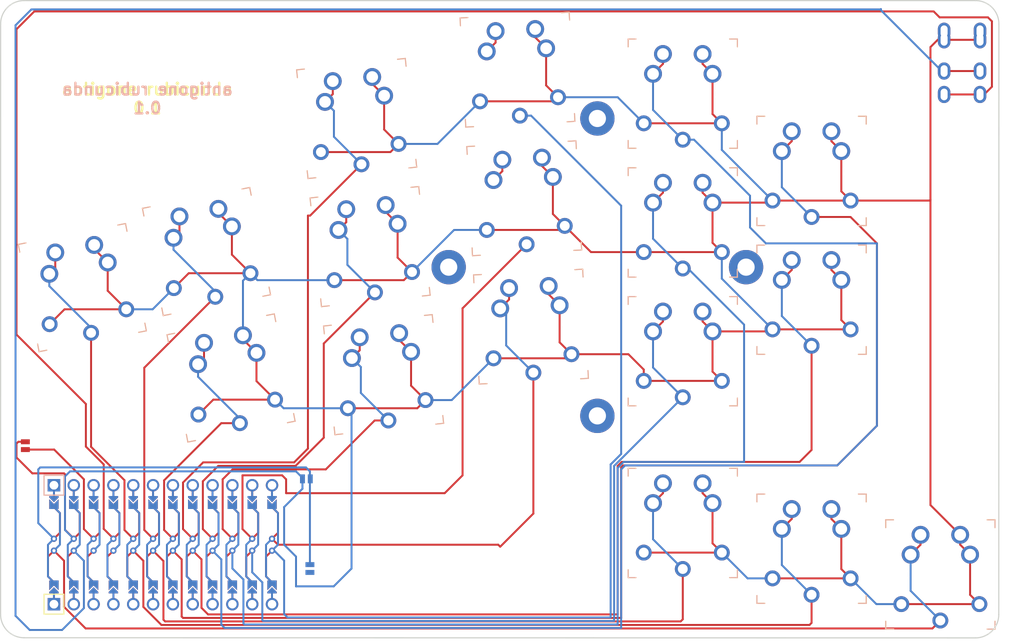
<source format=kicad_pcb>
(kicad_pcb (version 20211014) (generator pcbnew)
  (layers (0 "F.Cu" signal) (31 "B.Cu" signal) (34 "B.Paste" user) (35 "F.Paste" user) (36 "B.SilkS" user "B.Silkscreen") (37 "F.SilkS" user "F.Silkscreen") (38 "B.Mask" user) (39 "F.Mask" user) (44 "Edge.Cuts" user))
  (net 0 "")
  (net 1 "GND")
  (net 2 "RESET")
  (net 3 "RAW")
  (net 4 "RX")
  (net 5 "SW1")
  (net 6 "SW2")
  (net 7 "SW3")
  (net 8 "SW4")
  (net 9 "SW5")
  (net 10 "SW6")
  (net 11 "SW7")
  (net 12 "VCC")
  (net 13 "SW8")
  (net 14 "SW9")
  (net 15 "SW10")
  (net 16 "SW11")
  (net 17 "SW12")
  (net 18 "SW13")
  (net 19 "SW14")
  (net 20 "SW15")
  (net 21 "SW16")
  (net 22 "SW17")
  (footprint "lib:Jumper" (layer "F.Cu") (at 57.018514 105.42 -90)
    (fp_text reference "J3" hide)
    (fp_text value "Jumper")
  )
  (footprint "pretty:SW_MX_choc" (layer "F.Cu") (at 174.244 121.92)
    (fp_text reference "S17" hide)
    (fp_text value "")
  )
  (footprint "pretty:SW_MX_choc" (layer "F.Cu") (at 80.22242 80.55103 11)
    (fp_text reference "S3" hide)
    (fp_text value "")
  )
  (footprint "pretty:SW_MX_choc" (layer "F.Cu") (at 99.460757 63.503971 6)
    (fp_text reference "S6" hide)
    (fp_text value "")
  )
  (footprint "pretty:SW_MX_choc" (layer "F.Cu") (at 157.743999 70.22)
    (fp_text reference "S14" hide)
    (fp_text value "")
  )
  (footprint "pretty:SW_MX_choc" (layer "F.Cu") (at 101.185477 79.913582 6)
    (fp_text reference "S5" hide)
    (fp_text value "")
  )
  (footprint "pretty:SW_MX_choc" (layer "F.Cu") (at 157.744 118.62)
    (fp_text reference "S16" hide)
    (fp_text value "")
  )
  (footprint "pretty:SW_MX_choc" (layer "F.Cu") (at 141.243999 76.82)
    (fp_text reference "S11" hide)
    (fp_text value "")
  )
  (footprint "pretty:SW_MX_choc" (layer "F.Cu") (at 141.244 115.32)
    (fp_text reference "S15" hide)
    (fp_text value "")
  )
  (footprint "pretty:SW_MX_choc" (layer "F.Cu") (at 64.311785 85.171819 11)
    (fp_text reference "S1" hide)
    (fp_text value "")
  )
  (footprint "pretty:SW_MX_choc" (layer "F.Cu") (at 120.92893 73.724501 3)
    (fp_text reference "S8" hide)
    (fp_text value "")
  )
  (footprint "pretty:SW_MX_choc" (layer "F.Cu") (at 141.244 93.32)
    (fp_text reference "S10" hide)
    (fp_text value "")
  )
  (footprint "pretty:SW_MX_choc" (layer "F.Cu") (at 83.370769 96.747879 11)
    (fp_text reference "S2" hide)
    (fp_text value "")
  )
  (footprint "kbd:Tenting_Puck2" (layer "F.Cu") (at 130.302 82.55)
    (fp_text reference "REF**")
    (fp_text value "Tenting Puck")
  )
  (footprint "pretty:SW_MX_choc" (layer "F.Cu") (at 157.744 86.72)
    (fp_text reference "S13" hide)
    (fp_text value "")
  )
  (footprint "pretty:SW_MX_choc" (layer "F.Cu") (at 121.792473 90.17 3)
    (fp_text reference "S7" hide)
    (fp_text value "")
  )
  (footprint "pretty:SW_MX_choc" (layer "F.Cu") (at 120.065386 57.247114 3)
    (fp_text reference "S9" hide)
    (fp_text value "")
  )
  (footprint "pretty:SW_MX_choc" (layer "F.Cu") (at 102.910197 96.323193 6)
    (fp_text reference "S4" hide)
    (fp_text value "")
  )
  (footprint "TRRS-PJ-320A-dual" (layer "F.Cu") (at 174.724 63.624 180)
    (fp_text reference "REF**")
    (fp_text value "TRRS-PJ-320A-dual")
  )
  (footprint "pretty:SW_MX_choc" (layer "F.Cu") (at 141.243999 60.32)
    (fp_text reference "S12" hide)
    (fp_text value "")
  )
  (footprint "ProMicro" (layer "F.Cu") (at 74.649 118.11)
    (fp_text reference "MCU1" hide)
    (fp_text value "")
  )
  (footprint "lib:Jumper" (layer "B.Cu") (at 93.472 121.158 -90)
    (fp_text reference "J1" hide)
    (fp_text value "Jumper")
  )
  (footprint "lib:Jumper" (layer "B.Cu") (at 93.018514 109.67)
    (fp_text reference "J2" hide)
    (fp_text value "Jumper")
  )
  (gr_arc (start 181.726679 127.052559) (mid 180.854124 129.167737) (end 178.744 130.048) (layer "Edge.Cuts") (width 0.15))
  (gr_line (start 56.848 48.397324) (end 178.744 48.39732) (layer "Edge.Cuts") (width 0.15))
  (gr_arc (start 178.744 48.39732) (mid 180.86533 49.275998) (end 181.744 51.39732) (layer "Edge.Cuts") (width 0.15))
  (gr_line (start 181.744 51.39732) (end 181.726679 127.052559) (layer "Edge.Cuts") (width 0.15))
  (gr_arc (start 56.843335 130.026627) (mid 54.722006 129.147952) (end 53.843335 127.026627) (layer "Edge.Cuts") (width 0.15))
  (gr_arc (start 53.848 51.397324) (mid 54.726678 49.276) (end 56.848 48.397324) (layer "Edge.Cuts") (width 0.15))
  (gr_line (start 53.843335 127.026627) (end 53.848 51.397324) (layer "Edge.Cuts") (width 0.15))
  (gr_line (start 178.744 130.048) (end 56.843335 130.026627) (layer "Edge.Cuts") (width 0.15))
  (gr_text "antigone rubicunda\n0.1" (at 72.644 60.96) (layer "B.SilkS") (effects (font (size 1.5 1.5) (thickness 0.3)) (justify mirror)))
  (gr_text "antigone rubicunda\n0.1" (at 72.644 60.96) (layer "F.SilkS") (effects (font (size 1.5 1.5) (thickness 0.3))))
  (segment (start 96.610076 84.215409) (end 105.510009 84.215409) (width 0.25) (layer "F.Cu") (net 1))
  (segment (start 143.783999 56.51) (end 143.783999 55.24) (width 0.25) (layer "F.Cu") (net 1))
  (segment (start 98.334796 100.62502) (end 107.234729 100.62502) (width 0.25) (layer "F.Cu") (net 1))
  (segment (start 152.484 90.78) (end 152.744 90.52) (width 0.25) (layer "F.Cu") (net 1))
  (segment (start 145.054 90.78) (end 143.784 89.51) (width 0.25) (layer "F.Cu") (net 1))
  (segment (start 89.003979 99.524017) (end 86.626114 97.146152) (width 0.25) (layer "F.Cu") (net 1))
  (segment (start 84.894792 91.796242) (end 84.894792 91.276558) (width 0.25) (layer "F.Cu") (net 1))
  (segment (start 176.784 116.84) (end 172.974 113.03) (width 0.25) (layer "F.Cu") (net 1))
  (segment (start 146.244 97.12) (end 145.054 95.93) (width 0.25) (layer "F.Cu") (net 1))
  (segment (start 125.25741 60.780226) (end 123.737231 59.260047) (width 0.25) (layer "F.Cu") (net 1))
  (segment (start 125.464318 92.182933) (end 125.464318 87.434081) (width 0.25) (layer "F.Cu") (net 1))
  (segment (start 63.219 117.348) (end 63.219 117.321) (width 0.25) (layer "F.Cu") (net 1))
  (segment (start 152.744 90.52) (end 162.744 90.52) (width 0.25) (layer "F.Cu") (net 1))
  (segment (start 126.120954 77.257613) (end 124.600775 75.737434) (width 0.25) (layer "F.Cu") (net 1))
  (segment (start 161.554 89.33) (end 161.554 84.18) (width 0.25) (layer "F.Cu") (net 1))
  (segment (start 145.054 90.78) (end 152.484 90.78) (width 0.25) (layer "F.Cu") (net 1))
  (segment (start 176.784 118.11) (end 176.784 116.84) (width 0.25) (layer "F.Cu") (net 1))
  (segment (start 179.244 125.72) (end 178.054 124.53) (width 0.25) (layer "F.Cu") (net 1))
  (segment (start 145.053999 62.93) (end 145.053999 57.78) (width 0.25) (layer "F.Cu") (net 1))
  (segment (start 136.244 97.12) (end 136.244 95.670582) (width 0.25) (layer "F.Cu") (net 1))
  (segment (start 104.830575 66.760512) (end 102.984383 64.91432) (width 0.25) (layer "F.Cu") (net 1))
  (segment (start 69.944995 87.947957) (end 67.56713 85.570092) (width 0.25) (layer "F.Cu") (net 1))
  (segment (start 174.724 53.424) (end 179.324 53.424) (width 0.25) (layer "F.Cu") (net 1))
  (segment (start 124.600775 70.988582) (end 123.199582 69.587389) (width 0.25) (layer "F.Cu") (net 1))
  (segment (start 143.784 111.51) (end 143.784 110.24) (width 0.25) (layer "F.Cu") (net 1))
  (segment (start 94.885356 67.805798) (end 103.785289 67.805798) (width 0.25) (layer "F.Cu") (net 1))
  (segment (start 145.054 95.93) (end 145.054 90.78) (width 0.25) (layer "F.Cu") (net 1))
  (segment (start 57.912 108.966) (end 55.88 106.934) (width 0.25) (layer "F.Cu") (net 1))
  (segment (start 152.744 122.42) (end 162.744 122.42) (width 0.25) (layer "F.Cu") (net 1))
  (segment (start 161.554 116.08) (end 160.284 114.81) (width 0.25) (layer "F.Cu") (net 1))
  (segment (start 126.984497 93.703112) (end 125.464318 92.182933) (width 0.25) (layer "F.Cu") (net 1))
  (segment (start 65.835808 80.220182) (end 65.835808 79.700498) (width 0.25) (layer "F.Cu") (net 1))
  (segment (start 124.063125 86.032888) (end 124.063125 84.964029) (width 0.25) (layer "F.Cu") (net 1))
  (segment (start 143.783999 73.01) (end 143.783999 71.74) (width 0.25) (layer "F.Cu") (net 1))
  (segment (start 81.746443 75.599393) (end 81.746443 75.079709) (width 0.25) (layer "F.Cu") (net 1))
  (segment (start 116.998202 94.226472) (end 126.461137 94.226472) (width 0.25) (layer "F.Cu") (net 1))
  (segment (start 62.094489 116.196489) (end 62.094489 109.084489) (width 0.25) (layer "F.Cu") (net 1))
  (segment (start 145.053999 57.78) (end 143.783999 56.51) (width 0.25) (layer "F.Cu") (net 1))
  (segment (start 162.744 122.42) (end 161.554 121.23) (width 0.25) (layer "F.Cu") (net 1))
  (segment (start 123.737231 59.260047) (end 123.737231 54.511195) (width 0.25) (layer "F.Cu") (net 1))
  (segment (start 103.180558 75.460698) (end 103.180558 74.595908) (width 0.25) (layer "F.Cu") (net 1))
  (segment (start 173.906 53.424) (end 174.724 53.424) (width 0.25) (layer "F.Cu") (net 1))
  (segment (start 145.053999 79.43) (end 145.053999 74.28) (width 0.25) (layer "F.Cu") (net 1))
  (segment (start 105.510009 84.215409) (end 106.555295 83.170123) (width 0.25) (layer "F.Cu") (net 1))
  (segment (start 178.054 124.53) (end 178.054 119.38) (width 0.25) (layer "F.Cu") (net 1))
  (segment (start 146.244 119.12) (end 145.054 117.93) (width 0.25) (layer "F.Cu") (net 1))
  (segment (start 83.477765 77.330715) (end 81.746443 75.599393) (width 0.25) (layer "F.Cu") (net 1))
  (segment (start 162.743999 74.02) (end 161.553999 72.83) (width 0.25) (layer "F.Cu") (net 1))
  (segment (start 162.744 90.52) (end 161.554 89.33) (width 0.25) (layer "F.Cu") (net 1))
  (segment (start 122.336038 53.110002) (end 122.336038 52.041143) (width 0.25) (layer "F.Cu") (net 1))
  (segment (start 152.483999 74.28) (end 152.743999 74.02) (width 0.25) (layer "F.Cu") (net 1))
  (segment (start 63.219 117.321) (end 62.094489 116.196489) (width 0.25) (layer "F.Cu") (net 1))
  (segment (start 136.243999 64.12) (end 146.243999 64.12) (width 0.25) (layer "F.Cu") (net 1))
  (segment (start 85.85563 83.327168) (end 83.477765 80.949303) (width 0.25) (layer "F.Cu") (net 1))
  (segment (start 124.600775 75.737434) (end 124.600775 70.988582) (width 0.25) (layer "F.Cu") (net 1))
  (segment (start 86.626114 93.527564) (end 84.894792 91.796242) (width 0.25) (layer "F.Cu") (net 1))
  (segment (start 145.053999 74.28) (end 143.783999 73.01) (width 0.25) (layer "F.Cu") (net 1))
  (segment (start 108.280015 99.579734) (end 106.433823 97.733542) (width 0.25) (layer "F.Cu") (net 1))
  (segment (start 136.243999 80.62) (end 146.243999 80.62) (width 0.25) (layer "F.Cu") (net 1))
  (segment (start 107.234729 100.62502) (end 108.280015 99.579734) (width 0.25) (layer "F.Cu") (net 1))
  (segment (start 136.244 119.12) (end 146.244 119.12) (width 0.25) (layer "F.Cu") (net 1))
  (segment (start 69.944995 87.947957) (end 62.036813 87.947957) (width 0.25) (layer "F.Cu") (net 1))
  (segment (start 145.054 112.78) (end 143.784 111.51) (width 0.25) (layer "F.Cu") (net 1))
  (segment (start 136.243999 80.62) (end 129.483341 80.62) (width 0.25) (layer "F.Cu") (net 1))
  (segment (start 101.455838 59.051087) (end 101.455838 58.186297) (width 0.25) (layer "F.Cu") (net 1))
  (segment (start 161.554 84.18) (end 160.284 82.91) (width 0.25) (layer "F.Cu") (net 1))
  (segment (start 160.283999 66.41) (end 160.283999 65.14) (width 0.25) (layer "F.Cu") (net 1))
  (segment (start 102.984383 60.579632) (end 101.455838 59.051087) (width 0.25) (layer "F.Cu") (net 1))
  (segment (start 129.483341 80.62) (end 126.120954 77.257613) (width 0.25) (layer "F.Cu") (net 1))
  (segment (start 160.284 82.91) (end 160.284 81.64) (width 0.25) (layer "F.Cu") (net 1))
  (segment (start 125.597594 77.780973) (end 126.120954 77.257613) (width 0.25) (layer "F.Cu") (net 1))
  (segment (start 161.554 121.23) (end 161.554 116.08) (width 0.25) (layer "F.Cu") (net 1))
  (segment (start 145.054 117.93) (end 145.054 112.78) (width 0.25) (layer "F.Cu") (net 1))
  (segment (start 106.555295 83.170123) (end 104.709103 81.323931) (width 0.25) (layer "F.Cu") (net 1))
  (segment (start 61.976 108.966) (end 57.912 108.966) (width 0.25) (layer "F.Cu") (net 1))
  (segment (start 55.88 106.934) (end 55.88 105.156) (width 0.25) (layer "F.Cu") (net 1))
  (segment (start 134.27653 93.703112) (end 126.984497 93.703112) (width 0.25) (layer "F.Cu") (net 1))
  (segment (start 89.003979 99.524017) (end 81.095797 99.524017) (width 0.25) (layer "F.Cu") (net 1))
  (segment (start 125.464318 87.434081) (end 124.063125 86.032888) (width 0.25) (layer "F.Cu") (net 1))
  (segment (start 86.626114 97.146152) (end 86.626114 93.527564) (width 0.25) (layer "F.Cu") (net 1))
  (segment (start 169.244 125.72) (end 179.244 125.72) (width 0.25) (layer "F.Cu") (net 1))
  (segment (start 106.433823 93.398854) (end 104.905278 91.870309) (width 0.25) (layer "F.Cu") (net 1))
  (segment (start 67.56713 85.570092) (end 67.56713 81.951504) (width 0.25) (layer "F.Cu") (net 1))
  (segment (start 145.053999 74.28) (end 152.483999 74.28) (width 0.25) (layer "F.Cu") (net 1))
  (segment (start 146.243999 64.12) (end 145.053999 62.93) (width 0.25) (layer "F.Cu") (net 1))
  (segment (start 62.036813 87.947957) (end 60.128723 89.856047) (width 0.25) (layer "F.Cu") (net 1))
  (segment (start 81.095797 99.524017) (end 79.187707 101.432107) (width 0.25) (layer "F.Cu") (net 1))
  (segment (start 126.461137 94.226472) (end 126.984497 93.703112) (width 0.25) (layer "F.Cu") (net 1))
  (segment (start 67.56713 81.951504) (end 65.835808 80.220182) (width 0.25) (layer "F.Cu") (net 1))
  (segment (start 178.054 119.38) (end 176.784 118.11) (width 0.25) (layer "F.Cu") (net 1))
  (segment (start 104.709103 81.323931) (end 104.709103 76.989243) (width 0.25) (layer "F.Cu") (net 1))
  (segment (start 85.85563 83.327168) (end 77.947448 83.327168) (width 0.25) (layer "F.Cu") (net 1))
  (segment (start 115.271115 61.303586) (end 124.73405 61.303586) (width 0.25) (layer "F.Cu") (net 1))
  (segment (start 104.709103 76.989243) (end 103.180558 75.460698) (width 0.25) (layer "F.Cu") (net 1))
  (segment (start 161.553999 67.68) (end 160.283999 66.41) (width 0.25) (layer "F.Cu") (net 1))
  (segment (start 161.553999 72.83) (end 161.553999 67.68) (width 0.25) (layer "F.Cu") (net 1))
  (segment (start 162.743999 74.02) (end 172.868 74.02) (width 0.25) (layer "F.Cu") (net 1))
  (segment (start 55.88 105.156) (end 56.11638 104.91962) (width 0.25) (layer "F.Cu") (net 1))
  (segment (start 83.477765 80.949303) (end 83.477765 77.330715) (width 0.25) (layer "F.Cu") (net 1))
  (segment (start 160.284 114.81) (end 160.284 113.54) (width 0.25) (layer "F.Cu") (net 1))
  (segment (start 136.244 97.12) (end 146.244 97.12) (width 0.25) (layer "F.Cu") (net 1))
  (segment (start 56.11638 104.91962) (end 57.018514 104.91962) (width 0.25) (layer "F.Cu") (net 1))
  (segment (start 102.984383 64.91432) (end 102.984383 60.579632) (width 0.25) (layer "F.Cu") (net 1))
  (segment (start 62.094489 109.084489) (end 61.976 108.966) (width 0.25) (layer "F.Cu") (net 1))
  (segment (start 116.134659 77.780973) (end 125.597594 77.780973) (width 0.25) (layer "F.Cu") (net 1))
  (segment (start 146.243999 80.62) (end 145.053999 79.43) (width 0.25) (layer "F.Cu") (net 1))
  (segment (start 77.947448 83.327168) (end 76.039358 85.235258) (width 0.25) (layer "F.Cu") (net 1))
  (segment (start 123.199582 69.587389) (end 123.199582 68.51853) (width 0.25) (layer "F.Cu") (net 1))
  (segment (start 124.73405 61.303586) (end 125.25741 60.780226) (width 0.25) (layer "F.Cu") (net 1))
  (segment (start 172.974 113.03) (end 172.974 54.356) (width 0.25) (layer "F.Cu") (net 1))
  (segment (start 104.905278 91.870309) (end 104.905278 91.005519) (width 0.25) (layer "F.Cu") (net 1))
  (segment (start 136.244 95.670582) (end 134.27653 93.703112) (width 0.25) (layer "F.Cu") (net 1))
  (segment (start 143.784 89.51) (end 143.784 88.24) (width 0.25) (layer "F.Cu") (net 1))
  (segment (start 172.974 54.356) (end 173.906 53.424) (width 0.25) (layer "F.Cu") (net 1))
  (segment (start 106.433823 97.733542) (end 106.433823 93.398854) (width 0.25) (layer "F.Cu") (net 1))
  (segment (start 152.743999 74.02) (end 162.743999 74.02) (width 0.25) (layer "F.Cu") (net 1))
  (segment (start 103.785289 67.805798) (end 104.830575 66.760512) (width 0.25) (layer "F.Cu") (net 1))
  (segment (start 123.737231 54.511195) (end 122.336038 53.110002) (width 0.25) (layer "F.Cu") (net 1))
  (segment (start 172.868 74.02) (end 172.974 73.914) (width 0.25) (layer "F.Cu") (net 1))
  (segment (start 149.544 122.42) (end 146.244 119.12) (width 0.25) (layer "B.Cu") (net 1))
  (segment (start 109.814189 66.760512) (end 115.271115 61.303586) (width 0.25) (layer "B.Cu") (net 1))
  (segment (start 152.744 122.42) (end 149.544 122.42) (width 0.25) (layer "B.Cu") (net 1))
  (segment (start 69.944995 87.947957) (end 73.326659 87.947957) (width 0.25) (layer "B.Cu") (net 1))
  (segment (start 73.326659 87.947957) (end 76.039358 85.235258) (width 0.25) (layer "B.Cu") (net 1))
  (segment (start 92.518134 109.67) (end 92.518134 110.935866) (width 0.25) (layer "B.Cu") (net 1))
  (segment (start 98.806 121.158) (end 98.806 101.096224) (width 0.25) (layer "B.Cu") (net 1))
  (segment (start 84.894792 84.288006) (end 85.85563 83.327168) (width 0.25) (layer "B.Cu") (net 1))
  (segment (start 62.094489 116.223489) (end 62.094489 109.355511) (width 0.25) (layer "B.Cu") (net 1))
  (segment (start 96.52 123.444) (end 98.806 121.158) (width 0.25) (layer "B.Cu") (net 1))
  (segment (start 152.744 90.52) (end 146.243999 84.019999) (width 0.25) (layer "B.Cu") (net 1))
  (segment (start 132.904225 60.780226) (end 125.25741 60.780226) (width 0.25) (layer "B.Cu") (net 1))
  (segment (start 92.518134 109.536134) (end 92.518134 109.67) (width 0.25) (layer "B.Cu") (net 1))
  (segment (start 166.044 125.72) (end 162.744 122.42) (width 0.25) (layer "B.Cu") (net 1))
  (segment (start 136.243999 64.12) (end 132.904225 60.780226) (width 0.25) (layer "B.Cu") (net 1))
  (segment (start 104.830575 66.760512) (end 109.814189 66.760512) (width 0.25) (layer "B.Cu") (net 1))
  (segment (start 152.743999 74.02) (end 146.243999 67.52) (width 0.25) (layer "B.Cu") (net 1))
  (segment (start 98.334796 100.62502) (end 90.104982 100.62502) (width 0.25) (layer "B.Cu") (net 1))
  (segment (start 146.243999 67.52) (end 146.243999 64.12) (width 0.25) (layer "B.Cu") (net 1))
  (segment (start 106.555295 83.170123) (end 111.944445 77.780973) (width 0.25) (layer "B.Cu") (net 1))
  (segment (start 91.694 119.634) (end 91.694 123.444) (width 0.25) (layer "B.Cu") (net 1))
  (segment (start 62.738 108.712) (end 91.694 108.712) (width 0.25) (layer "B.Cu") (net 1))
  (segment (start 111.944445 77.780973) (end 116.134659 77.780973) (width 0.25) (layer "B.Cu") (net 1))
  (segment (start 96.610076 84.215409) (end 86.743871 84.215409) (width 0.25) (layer "B.Cu") (net 1))
  (segment (start 146.243999 84.019999) (end 146.243999 80.62) (width 0.25) (layer "B.Cu") (net 1))
  (segment (start 90.104982 100.62502) (end 89.003979 99.524017) (width 0.25) (layer "B.Cu") (net 1))
  (segment (start 92.518134 110.935866) (end 90.17 113.284) (width 0.25) (layer "B.Cu") (net 1))
  (segment (start 169.244 125.72) (end 166.044 125.72) (width 0.25) (layer "B.Cu") (net 1))
  (segment (start 84.894792 91.276558) (end 84.894792 84.288006) (width 0.25) (layer "B.Cu") (net 1))
  (segment (start 62.094489 109.355511) (end 62.738 108.712) (width 0.25) (layer "B.Cu") (net 1))
  (segment (start 98.806 101.096224) (end 98.334796 100.62502) (width 0.25) (layer "B.Cu") (net 1))
  (segment (start 63.219 117.348) (end 62.094489 116.223489) (width 0.25) (layer "B.Cu") (net 1))
  (segment (start 91.694 108.712) (end 92.518134 109.536134) (width 0.25) (layer "B.Cu") (net 1))
  (segment (start 86.743871 84.215409) (end 85.85563 83.327168) (width 0.25) (layer "B.Cu") (net 1))
  (segment (start 90.17 118.11) (end 91.694 119.634) (width 0.25) (layer "B.Cu") (net 1))
  (segment (start 108.280015 99.579734) (end 111.64494 99.579734) (width 0.25) (layer "B.Cu") (net 1))
  (segment (start 90.17 113.284) (end 90.17 118.11) (width 0.25) (layer "B.Cu") (net 1))
  (segment (start 91.694 123.444) (end 96.52 123.444) (width 0.25) (layer "B.Cu") (net 1))
  (segment (start 111.64494 99.579734) (end 116.998202 94.226472) (width 0.25) (layer "B.Cu") (net 1))
  (segment (start 64.516 116.105) (end 65.759 117.348) (width 0.25) (layer "F.Cu") (net 2))
  (segment (start 64.516 109.728) (end 64.516 116.105) (width 0.25) (layer "F.Cu") (net 2))
  (segment (start 57.018514 105.92038) (end 60.70838 105.92038) (width 0.25) (layer "F.Cu") (net 2))
  (segment (start 60.70838 105.92038) (end 64.516 109.728) (width 0.25) (layer "F.Cu") (net 2))
  (segment (start 58.674 115.343) (end 58.674 108.458) (width 0.25) (layer "B.Cu") (net 3))
  (segment (start 93.472 108.712) (end 93.472 109.728) (width 0.25) (layer "B.Cu") (net 3))
  (segment (start 93.472 109.716894) (end 93.518894 109.67) (width 0.25) (layer "B.Cu") (net 3))
  (segment (start 60.679 117.348) (end 58.674 115.343) (width 0.25) (layer "B.Cu") (net 3))
  (segment (start 93.472 120.65762) (end 93.472 109.716894) (width 0.25) (layer "B.Cu") (net 3))
  (segment (start 58.928 108.204) (end 92.964 108.204) (width 0.25) (layer "B.Cu") (net 3))
  (segment (start 92.964 108.204) (end 93.472 108.712) (width 0.25) (layer "B.Cu") (net 3))
  (segment (start 58.674 108.458) (end 58.928 108.204) (width 0.25) (layer "B.Cu") (net 3))
  (segment (start 93.472 120.65762) (end 93.585184 120.65762) (width 0.25) (layer "B.Cu") (net 3))
  (segment (start 174.724 57.424) (end 179.324 57.424) (width 0.25) (layer "F.Cu") (net 4))
  (segment (start 64.516 120.169) (end 63.536859 119.189859) (width 0.25) (layer "B.Cu") (net 4))
  (segment (start 166.58578 49.528113) (end 57.792889 49.528113) (width 0.25) (layer "B.Cu") (net 4))
  (segment (start 55.758624 127.215036) (end 55.758528 127.215132) (width 0.25) (layer "B.Cu") (net 4))
  (segment (start 166.624 49.489893) (end 166.58578 49.528113) (width 0.25) (layer "B.Cu") (net 4))
  (segment (start 55.758528 127.215132) (end 57.575396 129.032) (width 0.25) (layer "B.Cu") (net 4))
  (segment (start 166.624 49.624) (end 166.624 49.489893) (width 0.25) (layer "B.Cu") (net 4))
  (segment (start 57.792889 49.528113) (end 55.75483 51.566172) (width 0.25) (layer "B.Cu") (net 4))
  (segment (start 55.758624 51.569766) (end 55.758624 127.215036) (width 0.25) (layer "B.Cu") (net 4))
  (segment (start 61.722 129.032) (end 64.516 126.238) (width 0.25) (layer "B.Cu") (net 4))
  (segment (start 64.516 126.238) (end 64.516 120.169) (width 0.25) (layer "B.Cu") (net 4))
  (segment (start 174.724 57.424) (end 174.424 57.424) (width 0.25) (layer "B.Cu") (net 4))
  (segment (start 57.575396 129.032) (end 61.722 129.032) (width 0.25) (layer "B.Cu") (net 4))
  (segment (start 174.424 57.424) (end 166.624 49.624) (width 0.25) (layer "B.Cu") (net 4))
  (segment (start 77.043511 119.996511) (end 76.236859 119.189859) (width 0.25) (layer "F.Cu") (net 5))
  (segment (start 162.734 76.12) (end 166.116 79.502) (width 0.25) (layer "F.Cu") (net 5))
  (segment (start 133.604 107.95) (end 133.35 108.204) (width 0.25) (layer "F.Cu") (net 5))
  (segment (start 77.043511 127.31495) (end 77.043511 119.996511) (width 0.25) (layer "F.Cu") (net 5))
  (segment (start 157.743999 76.12) (end 162.734 76.12) (width 0.25) (layer "F.Cu") (net 5))
  (segment (start 153.933999 67.68) (end 155.203999 66.41) (width 0.25) (layer "F.Cu") (net 5))
  (segment (start 166.116 102.87) (end 161.036 107.95) (width 0.25) (layer "F.Cu") (net 5))
  (segment (start 161.036 107.95) (end 133.604 107.95) (width 0.25) (layer "F.Cu") (net 5))
  (segment (start 133.35 127.487439) (end 77.216 127.487439) (width 0.25) (layer "F.Cu") (net 5))
  (segment (start 155.203999 66.41) (end 155.203999 65.14) (width 0.25) (layer "F.Cu") (net 5))
  (segment (start 166.116 79.502) (end 166.116 102.87) (width 0.25) (layer "F.Cu") (net 5))
  (segment (start 77.216 127.487439) (end 77.043511 127.31495) (width 0.25) (layer "F.Cu") (net 5))
  (segment (start 133.35 108.204) (end 133.35 127.487439) (width 0.25) (layer "F.Cu") (net 5))
  (segment (start 153.933999 72.31) (end 153.933999 67.68) (width 0.25) (layer "B.Cu") (net 5))
  (segment (start 157.743999 76.12) (end 153.933999 72.31) (width 0.25) (layer "B.Cu") (net 5))
  (segment (start 155.204 82.91) (end 155.204 81.64) (width 0.25) (layer "F.Cu") (net 6))
  (segment (start 153.934 84.18) (end 155.204 82.91) (width 0.25) (layer "F.Cu") (net 6))
  (segment (start 157.744 105.96648) (end 156.21 107.50048) (width 0.25) (layer "F.Cu") (net 6))
  (segment (start 79.583511 126.195789) (end 79.583511 119.996511) (width 0.25) (layer "F.Cu") (net 6))
  (segment (start 133.417802 107.50048) (end 132.90048 108.017803) (width 0.25) (layer "F.Cu") (net 6))
  (segment (start 132.90048 127.037919) (end 80.425641 127.037919) (width 0.25) (layer "F.Cu") (net 6))
  (segment (start 132.90048 108.017803) (end 132.90048 127.037919) (width 0.25) (layer "F.Cu") (net 6))
  (segment (start 80.425641 127.037919) (end 79.583511 126.195789) (width 0.25) (layer "F.Cu") (net 6))
  (segment (start 157.744 92.62) (end 157.744 105.96648) (width 0.25) (layer "F.Cu") (net 6))
  (segment (start 156.21 107.50048) (end 133.417802 107.50048) (width 0.25) (layer "F.Cu") (net 6))
  (segment (start 79.583511 119.996511) (end 78.776859 119.189859) (width 0.25) (layer "F.Cu") (net 6))
  (segment (start 157.744 92.62) (end 153.934 88.81) (width 0.25) (layer "B.Cu") (net 6))
  (segment (start 153.934 88.81) (end 153.934 84.18) (width 0.25) (layer "B.Cu") (net 6))
  (segment (start 137.433999 57.78) (end 138.703999 56.51) (width 0.25) (layer "F.Cu") (net 7))
  (segment (start 138.703999 56.51) (end 138.703999 55.24) (width 0.25) (layer "F.Cu") (net 7))
  (segment (start 149.86 73.399161) (end 149.86 77.47) (width 0.25) (layer "B.Cu") (net 7))
  (segment (start 151.892 79.502) (end 166.116 79.502) (width 0.25) (layer "B.Cu") (net 7))
  (segment (start 137.433999 62.41) (end 137.433999 57.78) (width 0.25) (layer "B.Cu") (net 7))
  (segment (start 161.036 107.95) (end 133.858 107.95) (width 0.25) (layer "B.Cu") (net 7))
  (segment (start 82.55 128.778) (end 82.123511 128.351511) (width 0.25) (layer "B.Cu") (net 7))
  (segment (start 133.35 128.778) (end 82.55 128.778) (width 0.25) (layer "B.Cu") (net 7))
  (segment (start 133.35 108.458) (end 133.35 128.778) (width 0.25) (layer "B.Cu") (net 7))
  (segment (start 133.858 107.95) (end 133.35 108.458) (width 0.25) (layer "B.Cu") (net 7))
  (segment (start 166.116 102.87) (end 161.036 107.95) (width 0.25) (layer "B.Cu") (net 7))
  (segment (start 142.680839 66.22) (end 149.86 73.399161) (width 0.25) (layer "B.Cu") (net 7))
  (segment (start 141.243999 66.22) (end 142.680839 66.22) (width 0.25) (layer "B.Cu") (net 7))
  (segment (start 82.123511 119.996511) (end 80.999 118.872) (width 0.25) (layer "B.Cu") (net 7))
  (segment (start 141.243999 66.22) (end 137.433999 62.41) (width 0.25) (layer "B.Cu") (net 7))
  (segment (start 149.86 77.47) (end 151.892 79.502) (width 0.25) (layer "B.Cu") (net 7))
  (segment (start 166.116 79.502) (end 166.116 102.87) (width 0.25) (layer "B.Cu") (net 7))
  (segment (start 82.123511 128.351511) (end 82.123511 119.996511) (width 0.25) (layer "B.Cu") (net 7))
  (segment (start 138.703999 73.01) (end 138.703999 71.74) (width 0.25) (layer "F.Cu") (net 8))
  (segment (start 137.433999 74.28) (end 138.703999 73.01) (width 0.25) (layer "F.Cu") (net 8))
  (segment (start 84.954489 128.192969) (end 84.954489 122.563511) (width 0.25) (layer "B.Cu") (net 8))
  (segment (start 83.539 121.148022) (end 83.539 118.872) (width 0.25) (layer "B.Cu") (net 8))
  (segment (start 132.90048 128.32848) (end 85.09 128.32848) (width 0.25) (layer "B.Cu") (net 8))
  (segment (start 149.098 107.50048) (end 133.671802 107.50048) (width 0.25) (layer "B.Cu") (net 8))
  (segment (start 149.098 89.916) (end 149.098 107.50048) (width 0.25) (layer "B.Cu") (net 8))
  (segment (start 133.671802 107.50048) (end 132.90048 108.271803) (width 0.25) (layer "B.Cu") (net 8))
  (segment (start 137.433999 78.91) (end 137.433999 74.28) (width 0.25) (layer "B.Cu") (net 8))
  (segment (start 85.09 128.32848) (end 84.954489 128.192969) (width 0.25) (layer "B.Cu") (net 8))
  (segment (start 141.902 82.72) (end 149.098 89.916) (width 0.25) (layer "B.Cu") (net 8))
  (segment (start 141.243999 82.72) (end 141.902 82.72) (width 0.25) (layer "B.Cu") (net 8))
  (segment (start 141.243999 82.72) (end 137.433999 78.91) (width 0.25) (layer "B.Cu") (net 8))
  (segment (start 84.954489 122.563511) (end 83.539 121.148022) (width 0.25) (layer "B.Cu") (net 8))
  (segment (start 132.90048 108.271803) (end 132.90048 128.32848) (width 0.25) (layer "B.Cu") (net 8))
  (segment (start 137.434 90.78) (end 138.704 89.51) (width 0.25) (layer "F.Cu") (net 9))
  (segment (start 138.704 89.51) (end 138.704 88.24) (width 0.25) (layer "F.Cu") (net 9))
  (segment (start 87.49296 127.87896) (end 89.662 127.87896) (width 0.25) (layer "B.Cu") (net 9))
  (segment (start 132.45096 127.87896) (end 89.54504 127.87896) (width 0.25) (layer "B.Cu") (net 9))
  (segment (start 141.244 99.22) (end 137.434 95.41) (width 0.25) (layer "B.Cu") (net 9))
  (segment (start 141.244 99.22) (end 132.450961 108.013039) (width 0.25) (layer "B.Cu") (net 9))
  (segment (start 87.376 127.762) (end 87.49296 127.87896) (width 0.25) (layer "B.Cu") (net 9))
  (segment (start 132.450961 108.013039) (end 132.45096 127.87896) (width 0.25) (layer "B.Cu") (net 9))
  (segment (start 137.434 95.41) (end 137.434 90.78) (width 0.25) (layer "B.Cu") (net 9))
  (segment (start 86.079 121.639) (end 87.376 122.936) (width 0.25) (layer "B.Cu") (net 9))
  (segment (start 87.376 122.936) (end 87.376 127.762) (width 0.25) (layer "B.Cu") (net 9))
  (segment (start 86.079 118.872) (end 86.079 121.639) (width 0.25) (layer "B.Cu") (net 9))
  (segment (start 117.263 52.307009) (end 117.263 53.774669) (width 0.25) (layer "F.Cu") (net 10))
  (segment (start 117.263 53.774669) (end 116.127674 54.909995) (width 0.25) (layer "F.Cu") (net 10))
  (segment (start 90.59944 127.42944) (end 90.17 127) (width 0.25) (layer "B.Cu") (net 10))
  (segment (start 120.374168 63.139028) (end 121.811008 63.139028) (width 0.25) (layer "B.Cu") (net 10))
  (segment (start 90.17 127) (end 90.17 120.142) (width 0.25) (layer "B.Cu") (net 10))
  (segment (start 90.17 120.142) (end 88.9 118.872) (width 0.25) (layer "B.Cu") (net 10))
  (segment (start 132.001441 107.826842) (end 132.00144 127.42944) (width 0.25) (layer "B.Cu") (net 10))
  (segment (start 132.00144 127.42944) (end 90.59944 127.42944) (width 0.25) (layer "B.Cu") (net 10))
  (segment (start 133.35 74.67802) (end 133.35 106.478282) (width 0.25) (layer "B.Cu") (net 10))
  (segment (start 88.9 118.872) (end 88.619 118.872) (width 0.25) (layer "B.Cu") (net 10))
  (segment (start 133.35 106.478282) (end 132.001441 107.826842) (width 0.25) (layer "B.Cu") (net 10))
  (segment (start 121.811008 63.139028) (end 133.35 74.67802) (width 0.25) (layer "B.Cu") (net 10))
  (segment (start 113.03 87.824127) (end 113.03 109.22) (width 0.25) (layer "F.Cu") (net 11))
  (segment (start 121.237712 79.616415) (end 113.03 87.824127) (width 0.25) (layer "F.Cu") (net 11))
  (segment (start 84.836 116.105) (end 86.079 117.348) (width 0.25) (layer "F.Cu") (net 11))
  (segment (start 118.126544 68.784396) (end 118.126544 70.252056) (width 0.25) (layer "F.Cu") (net 11))
  (segment (start 90.424 111.506) (end 90.424 109.728) (width 0.25) (layer "F.Cu") (net 11))
  (segment (start 110.744 111.506) (end 90.424 111.506) (width 0.25) (layer "F.Cu") (net 11))
  (segment (start 84.836 109.22) (end 84.836 116.105) (width 0.25) (layer "F.Cu") (net 11))
  (segment (start 113.03 109.22) (end 110.744 111.506) (width 0.25) (layer "F.Cu") (net 11))
  (segment (start 90.424 109.728) (end 89.916 109.22) (width 0.25) (layer "F.Cu") (net 11))
  (segment (start 89.916 109.22) (end 84.836 109.22) (width 0.25) (layer "F.Cu") (net 11))
  (segment (start 118.126544 70.252056) (end 116.991218 71.387382) (width 0.25) (layer "F.Cu") (net 11))
  (segment (start 173.38252 49.784) (end 174.14452 50.546) (width 0.25) (layer "F.Cu") (net 12))
  (segment (start 55.88 91.186) (end 55.88 52.07) (width 0.25) (layer "F.Cu") (net 12))
  (segment (start 55.88 52.07) (end 58.166 49.784) (width 0.25) (layer "F.Cu") (net 12))
  (segment (start 67.056 116.078) (end 67.056 107.823718) (width 0.25) (layer "F.Cu") (net 12))
  (segment (start 64.77 105.537718) (end 64.77 100.076) (width 0.25) (layer "F.Cu") (net 12))
  (segment (start 58.166 49.784) (end 173.38252 49.784) (width 0.25) (layer "F.Cu") (net 12))
  (segment (start 180.848 59.436) (end 179.86 60.424) (width 0.25) (layer "F.Cu") (net 12))
  (segment (start 174.724 60.424) (end 179.324 60.424) (width 0.25) (layer "F.Cu") (net 12))
  (segment (start 64.77 100.076) (end 55.88 91.186) (width 0.25) (layer "F.Cu") (net 12))
  (segment (start 179.86 60.424) (end 179.324 60.424) (width 0.25) (layer "F.Cu") (net 12))
  (segment (start 180.848 51.054) (end 180.848 59.436) (width 0.25) (layer "F.Cu") (net 12))
  (segment (start 68.299 117.321) (end 67.056 116.078) (width 0.25) (layer "F.Cu") (net 12))
  (segment (start 180.34 50.546) (end 180.848 51.054) (width 0.25) (layer "F.Cu") (net 12))
  (segment (start 174.14452 50.546) (end 180.34 50.546) (width 0.25) (layer "F.Cu") (net 12))
  (segment (start 67.056 107.823718) (end 64.77 105.537718) (width 0.25) (layer "F.Cu") (net 12))
  (segment (start 68.299 117.348) (end 68.299 117.321) (width 0.25) (layer "F.Cu") (net 12))
  (segment (start 117.602 118.11) (end 89.381 118.11) (width 0.25) (layer "F.Cu") (net 13))
  (segment (start 117.856 118.364) (end 117.602 118.11) (width 0.25) (layer "F.Cu") (net 13))
  (segment (start 118.990087 85.229895) (end 118.990087 86.697555) (width 0.25) (layer "F.Cu") (net 13))
  (segment (start 89.381 118.11) (end 88.619 117.348) (width 0.25) (layer "F.Cu") (net 13))
  (segment (start 122.101255 114.118745) (end 117.856 118.364) (width 0.25) (layer "F.Cu") (net 13))
  (segment (start 118.990087 86.697555) (end 117.854761 87.832881) (width 0.25) (layer "F.Cu") (net 13))
  (segment (start 122.101255 96.061914) (end 122.101255 114.118745) (width 0.25) (layer "F.Cu") (net 13))
  (segment (start 118.618 88.59612) (end 118.618 92.578659) (width 0.25) (layer "B.Cu") (net 13))
  (segment (start 117.854761 87.832881) (end 118.618 88.59612) (width 0.25) (layer "B.Cu") (net 13))
  (segment (start 118.618 92.578659) (end 122.101255 96.061914) (width 0.25) (layer "B.Cu") (net 13))
  (segment (start 77.216 110.1427) (end 77.216 116.105) (width 0.25) (layer "F.Cu") (net 14))
  (segment (start 79.79974 107.55896) (end 77.216 110.1427) (width 0.25) (layer "F.Cu") (net 14))
  (segment (start 77.216 116.105) (end 78.459 117.348) (width 0.25) (layer "F.Cu") (net 14))
  (segment (start 91.449322 107.55896) (end 79.79974 107.55896) (width 0.25) (layer "F.Cu") (net 14))
  (segment (start 96.403667 60.378598) (end 95.406126 61.376139) (width 0.25) (layer "F.Cu") (net 14))
  (segment (start 93.218 75.946) (end 93.218 105.790282) (width 0.25) (layer "F.Cu") (net 14))
  (segment (start 100.077475 69.37165) (end 93.503125 75.946) (width 0.25) (layer "F.Cu") (net 14))
  (segment (start 93.503125 75.946) (end 93.218 75.946) (width 0.25) (layer "F.Cu") (net 14))
  (segment (start 96.403667 58.717302) (end 96.403667 60.378598) (width 0.25) (layer "F.Cu") (net 14))
  (segment (start 93.218 105.790282) (end 91.449322 107.55896) (width 0.25) (layer "F.Cu") (net 14))
  (segment (start 96.549126 62.519139) (end 96.549126 65.843301) (width 0.25) (layer "B.Cu") (net 14))
  (segment (start 96.549126 65.843301) (end 100.077475 69.37165) (width 0.25) (layer "B.Cu") (net 14))
  (segment (start 95.406126 61.376139) (end 96.549126 62.519139) (width 0.25) (layer "B.Cu") (net 14))
  (segment (start 95.25 104.394) (end 91.63552 108.00848) (width 0.25) (layer "F.Cu") (net 15))
  (segment (start 95.25 92.333456) (end 95.25 104.394) (width 0.25) (layer "F.Cu") (net 15))
  (segment (start 81.72952 108.00848) (end 79.756 109.982) (width 0.25) (layer "F.Cu") (net 15))
  (segment (start 91.63552 108.00848) (end 81.72952 108.00848) (width 0.25) (layer "F.Cu") (net 15))
  (segment (start 101.802195 85.781261) (end 95.25 92.333456) (width 0.25) (layer "F.Cu") (net 15))
  (segment (start 79.756 116.105) (end 80.999 117.348) (width 0.25) (layer "F.Cu") (net 15))
  (segment (start 79.756 109.982) (end 79.756 116.105) (width 0.25) (layer "F.Cu") (net 15))
  (segment (start 98.128387 75.126913) (end 98.128387 76.788209) (width 0.25) (layer "F.Cu") (net 15))
  (segment (start 98.128387 76.788209) (end 97.130846 77.78575) (width 0.25) (layer "F.Cu") (net 15))
  (segment (start 98.273846 82.252912) (end 101.802195 85.781261) (width 0.25) (layer "B.Cu") (net 15))
  (segment (start 98.273846 78.92875) (end 98.273846 82.252912) (width 0.25) (layer "B.Cu") (net 15))
  (segment (start 97.130846 77.78575) (end 98.273846 78.92875) (width 0.25) (layer "B.Cu") (net 15))
  (segment (start 103.526915 102.190872) (end 101.771128 102.190872) (width 0.25) (layer "F.Cu") (net 16))
  (segment (start 99.853107 91.536524) (end 99.853107 93.19782) (width 0.25) (layer "F.Cu") (net 16))
  (segment (start 101.771128 102.190872) (end 95.504 108.458) (width 0.25) (layer "F.Cu") (net 16))
  (segment (start 99.853107 93.19782) (end 98.855566 94.195361) (width 0.25) (layer "F.Cu") (net 16))
  (segment (start 83.566 108.458) (end 82.296 109.728) (width 0.25) (layer "F.Cu") (net 16))
  (segment (start 82.296 109.728) (end 82.296 116.105) (width 0.25) (layer "F.Cu") (net 16))
  (segment (start 95.504 108.458) (end 83.566 108.458) (width 0.25) (layer "F.Cu") (net 16))
  (segment (start 82.296 116.105) (end 83.539 117.348) (width 0.25) (layer "F.Cu") (net 16))
  (segment (start 98.855566 94.195361) (end 99.998566 95.338361) (width 0.25) (layer "B.Cu") (net 16))
  (segment (start 99.998566 95.338361) (end 99.998566 98.662523) (width 0.25) (layer "B.Cu") (net 16))
  (segment (start 99.998566 98.662523) (end 103.526915 102.190872) (width 0.25) (layer "B.Cu") (net 16))
  (segment (start 60.849142 80.669808) (end 60.849142 82.643457) (width 0.25) (layer "F.Cu") (net 17))
  (segment (start 65.437558 90.963419) (end 65.437558 105.569558) (width 0.25) (layer "F.Cu") (net 17))
  (segment (start 69.714489 109.846489) (end 69.714489 116.223489) (width 0.25) (layer "F.Cu") (net 17))
  (segment (start 60.849142 82.643457) (end 60.087131 83.405468) (width 0.25) (layer "F.Cu") (net 17))
  (segment (start 69.714489 116.223489) (end 70.839 117.348) (width 0.25) (layer "F.Cu") (net 17))
  (segment (start 65.437558 105.569558) (end 69.714489 109.846489) (width 0.25) (layer "F.Cu") (net 17))
  (segment (start 65.437558 90.963419) (end 65.437558 90.329558) (width 0.25) (layer "B.Cu") (net 17))
  (segment (start 60.087131 84.979131) (end 60.087131 83.405468) (width 0.25) (layer "B.Cu") (net 17))
  (segment (start 65.437558 90.329558) (end 60.087131 84.979131) (width 0.25) (layer "B.Cu") (net 17))
  (segment (start 72.254489 116.223489) (end 73.379 117.348) (width 0.25) (layer "F.Cu") (net 18))
  (segment (start 76.759777 78.022668) (end 75.997766 78.784679) (width 0.25) (layer "F.Cu") (net 18))
  (segment (start 72.254489 95.436334) (end 72.254489 116.223489) (width 0.25) (layer "F.Cu") (net 18))
  (segment (start 81.348193 86.34263) (end 72.254489 95.436334) (width 0.25) (layer "F.Cu") (net 18))
  (segment (start 76.759777 76.049019) (end 76.759777 78.022668) (width 0.25) (layer "F.Cu") (net 18))
  (segment (start 81.348193 86.34263) (end 81.348193 85.666193) (width 0.25) (layer "B.Cu") (net 18))
  (segment (start 81.348193 85.666193) (end 75.997766 80.315766) (width 0.25) (layer "B.Cu") (net 18))
  (segment (start 75.997766 80.315766) (end 75.997766 78.784679) (width 0.25) (layer "B.Cu") (net 18))
  (segment (start 74.794489 116.223489) (end 75.919 117.348) (width 0.25) (layer "F.Cu") (net 19))
  (segment (start 84.496542 102.539479) (end 82.118521 102.539479) (width 0.25) (layer "F.Cu") (net 19))
  (segment (start 74.794489 109.863511) (end 74.794489 116.223489) (width 0.25) (layer "F.Cu") (net 19))
  (segment (start 82.118521 102.539479) (end 74.794489 109.863511) (width 0.25) (layer "F.Cu") (net 19))
  (segment (start 79.908126 94.219517) (end 79.146115 94.981528) (width 0.25) (layer "F.Cu") (net 19))
  (segment (start 79.908126 92.245868) (end 79.908126 94.219517) (width 0.25) (layer "F.Cu") (net 19))
  (segment (start 79.146115 96.597974) (end 84.496542 101.948401) (width 0.25) (layer "B.Cu") (net 19))
  (segment (start 84.496542 101.948401) (end 84.496542 102.539479) (width 0.25) (layer "B.Cu") (net 19))
  (segment (start 79.146115 94.981528) (end 79.146115 96.597974) (width 0.25) (layer "B.Cu") (net 19))
  (segment (start 74.93 127.936959) (end 74.70748 127.714439) (width 0.25) (layer "F.Cu") (net 20))
  (segment (start 141.244 127.662959) (end 140.97 127.936959) (width 0.25) (layer "F.Cu") (net 20))
  (segment (start 137.434 112.78) (end 138.704 111.51) (width 0.25) (layer "F.Cu") (net 20))
  (segment (start 138.704 111.51) (end 138.704 110.24) (width 0.25) (layer "F.Cu") (net 20))
  (segment (start 74.70748 120.20048) (end 73.696859 119.189859) (width 0.25) (layer "F.Cu") (net 20))
  (segment (start 141.244 121.22) (end 141.244 127.662959) (width 0.25) (layer "F.Cu") (net 20))
  (segment (start 140.97 127.936959) (end 74.93 127.936959) (width 0.25) (layer "F.Cu") (net 20))
  (segment (start 74.70748 127.714439) (end 74.70748 120.20048) (width 0.25) (layer "F.Cu") (net 20))
  (segment (start 141.244 121.22) (end 137.434 117.41) (width 0.25) (layer "B.Cu") (net 20))
  (segment (start 137.434 117.41) (end 137.434 112.78) (width 0.25) (layer "B.Cu") (net 20))
  (segment (start 72.136 120.169) (end 71.156859 119.189859) (width 0.25) (layer "F.Cu") (net 21))
  (segment (start 153.934 116.08) (end 155.204 114.81) (width 0.25) (layer "F.Cu") (net 21))
  (segment (start 155.204 114.81) (end 155.204 113.54) (width 0.25) (layer "F.Cu") (net 21))
  (segment (start 157.744 124.52) (end 157.744 128.122479) (width 0.25) (layer "F.Cu") (net 21))
  (segment (start 74.445179 128.386479) (end 72.136 126.0773) (width 0.25) (layer "F.Cu") (net 21))
  (segment (start 157.48 128.386479) (end 74.445179 128.386479) (width 0.25) (layer "F.Cu") (net 21))
  (segment (start 72.136 126.0773) (end 72.136 120.169) (width 0.25) (layer "F.Cu") (net 21))
  (segment (start 157.744 128.122479) (end 157.48 128.386479) (width 0.25) (layer "F.Cu") (net 21))
  (segment (start 157.744 124.52) (end 153.934 120.71) (width 0.25) (layer "B.Cu") (net 21))
  (segment (start 153.934 120.71) (end 153.934 116.08) (width 0.25) (layer "B.Cu") (net 21))
  (segment (start 61.976 126.0773) (end 61.976 120.169) (width 0.25) (layer "F.Cu") (net 22))
  (segment (start 170.434 119.38) (end 171.704 118.11) (width 0.25) (layer "F.Cu") (net 22))
  (segment (start 174.244 127.82) (end 173.228001 128.835999) (width 0.25) (layer "F.Cu") (net 22))
  (segment (start 173.228001 128.835999) (end 64.734699 128.835999) (width 0.25) (layer "F.Cu") (net 22))
  (segment (start 171.704 118.11) (end 171.704 116.84) (width 0.25) (layer "F.Cu") (net 22))
  (segment (start 64.734699 128.835999) (end 61.976 126.0773) (width 0.25) (layer "F.Cu") (net 22))
  (segment (start 61.976 120.169) (end 60.996859 119.189859) (width 0.25) (layer "F.Cu") (net 22))
  (segment (start 174.244 127.82) (end 170.434 124.01) (width 0.25) (layer "B.Cu") (net 22))
  (segment (start 170.434 124.01) (end 170.434 119.38) (width 0.25) (layer "B.Cu") (net 22))
)
</source>
